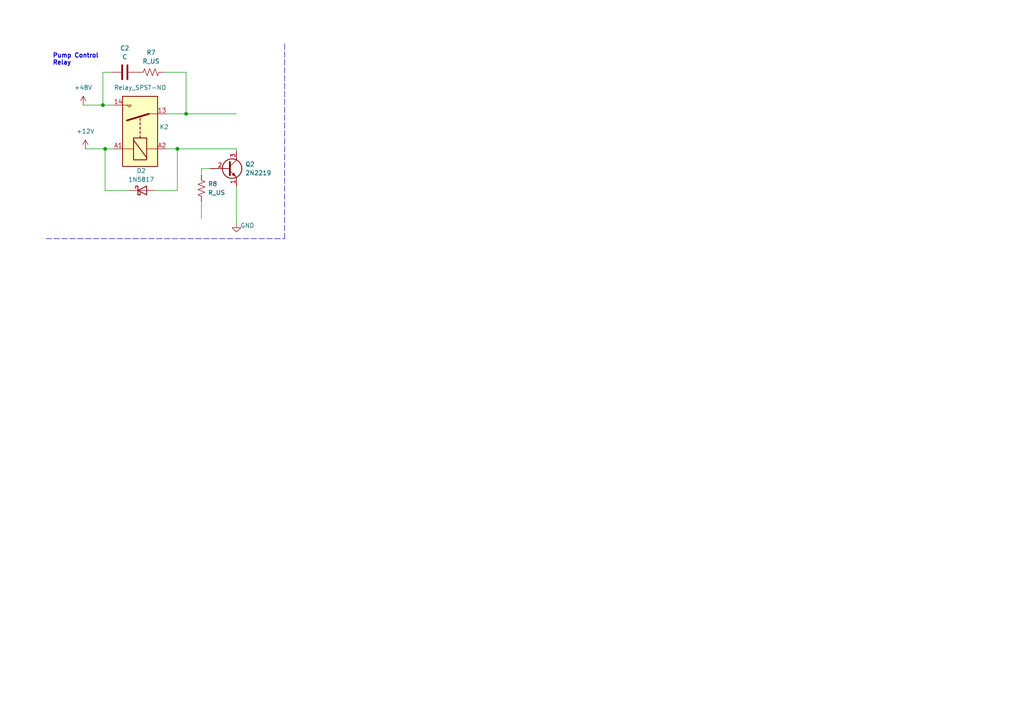
<source format=kicad_sch>
(kicad_sch (version 20230121) (generator eeschema)
  (paper "A4")
  (lib_symbols
    (symbol "Device:C" (pin_numbers hide) (pin_names (offset 0.254))
      (property "Reference" "C" (at 0.635 2.54 0))
      (property "Value" "C" (at 0.635 -2.54 0))
      (symbol "C_0_1"
        (polyline (pts (xy -2.032 -0.762) (xy 2.032 -0.762)) (stroke (width 0.508)))
        (polyline (pts (xy -2.032 0.762) (xy 2.032 0.762)) (stroke (width 0.508)))
      )
      (symbol "C_1_1"
        (pin passive line (at 0 3.81 270) (length 2.794) (name "~") (number "1"))
        (pin passive line (at 0 -3.81 90) (length 2.794) (name "~") (number "2"))
      )
    )
    (symbol "Device:R_US" (pin_numbers hide) (pin_names (offset 0))
      (property "Reference" "R" (at 2.54 0 90))
      (property "Value" "R_US" (at -2.54 0 90))
      (symbol "R_US_0_1"
        (polyline (pts (xy 0 -2.286) (xy 0 -2.54)))
        (polyline (pts (xy 0 2.286) (xy 0 2.54)))
        (polyline (pts (xy 0 -0.762) (xy 1.016 -1.143) (xy 0 -1.524) (xy -1.016 -1.905) (xy 0 -2.286)))
        (polyline (pts (xy 0 0.762) (xy 1.016 0.381) (xy 0 0) (xy -1.016 -0.381) (xy 0 -0.762)))
        (polyline (pts (xy 0 2.286) (xy 1.016 1.905) (xy 0 1.524) (xy -1.016 1.143) (xy 0 0.762)))
      )
      (symbol "R_US_1_1"
        (pin passive line (at 0 3.81 270) (length 1.27) (name "~") (number "1"))
        (pin passive line (at 0 -3.81 90) (length 1.27) (name "~") (number "2"))
      )
    )
    (symbol "Diode:1N5817" (pin_numbers hide) (pin_names (offset 1.016) hide)
      (property "Reference" "D" (at 0 2.54 0))
      (property "Value" "1N5817" (at 0 -2.54 0))
      (symbol "1N5817_0_1"
        (polyline (pts (xy 1.27 0) (xy -1.27 0)))
        (polyline (pts (xy 1.27 1.27) (xy 1.27 -1.27) (xy -1.27 0) (xy 1.27 1.27)) (stroke (width 0.254)))
        (polyline (pts (xy -1.905 0.635) (xy -1.905 1.27) (xy -1.27 1.27) (xy -1.27 -1.27) (xy -0.635 -1.27) (xy -0.635 -0.635)) (stroke (width 0.254)))
      )
      (symbol "1N5817_1_1"
        (pin passive line (at -3.81 0 0) (length 2.54) (name "K") (number "1"))
        (pin passive line (at 3.81 0 180) (length 2.54) (name "A") (number "2"))
      )
    )
    (symbol "Relay:Relay_SPST-NO"
      (property "Reference" "K" (at 11.43 3.81 0))
      (property "Value" "Relay_SPST-NO" (at 11.43 1.27 0))
      (symbol "Relay_SPST-NO_0_0"
        (polyline (pts (xy 7.62 5.08) (xy 7.62 2.54) (xy 6.985 3.175) (xy 7.62 3.81)))
      )
      (symbol "Relay_SPST-NO_0_1"
        (rectangle (start -10.16 5.08) (end 10.16 -5.08) (stroke (width 0.254)) (fill (type background)))
        (rectangle (start -8.255 1.905) (end -1.905 -1.905) (stroke (width 0.254)))
        (polyline (pts (xy -7.62 -1.905) (xy -2.54 1.905)) (stroke (width 0.254)))
        (polyline (pts (xy -5.08 -5.08) (xy -5.08 -1.905)))
        (polyline (pts (xy -5.08 5.08) (xy -5.08 1.905)))
        (polyline (pts (xy -1.905 0) (xy -1.27 0)) (stroke (width 0.254)))
        (polyline (pts (xy -0.635 0) (xy 0 0)) (stroke (width 0.254)))
        (polyline (pts (xy 0.635 0) (xy 1.27 0)) (stroke (width 0.254)))
        (polyline (pts (xy 1.905 0) (xy 2.54 0)) (stroke (width 0.254)))
        (polyline (pts (xy 3.175 0) (xy 3.81 0)) (stroke (width 0.254)))
        (polyline (pts (xy 5.08 -2.54) (xy 3.175 3.81)) (stroke (width 0.508)))
        (polyline (pts (xy 5.08 -2.54) (xy 5.08 -5.08)))
      )
      (symbol "Relay_SPST-NO_1_1"
        (pin passive line (at 5.08 -7.62 90) (length 2.54) (name "~") (number "13"))
        (pin passive line (at 7.62 7.62 270) (length 2.54) (name "~") (number "14"))
        (pin passive line (at -5.08 7.62 270) (length 2.54) (name "~") (number "A1"))
        (pin passive line (at -5.08 -7.62 90) (length 2.54) (name "~") (number "A2"))
      )
    )
    (symbol "Transistor_BJT:2N2219" (pin_names (offset 0) hide)
      (property "Reference" "Q" (at 5.08 1.905 0))
      (property "Value" "2N2219" (at 5.08 0 0))
      (symbol "2N2219_0_1"
        (polyline (pts (xy 0.635 0.635) (xy 2.54 2.54)))
        (polyline (pts (xy 0.635 -0.635) (xy 2.54 -2.54) (xy 2.54 -2.54)))
        (polyline (pts (xy 0.635 1.905) (xy 0.635 -1.905) (xy 0.635 -1.905)) (stroke (width 0.508)))
        (polyline (pts (xy 1.27 -1.778) (xy 1.778 -1.27) (xy 2.286 -2.286) (xy 1.27 -1.778) (xy 1.27 -1.778)) (fill (type outline)))
        (circle (center 1.27 0) (radius 2.8194) (stroke (width 0.254)))
      )
      (symbol "2N2219_1_1"
        (pin passive line (at 2.54 -5.08 90) (length 2.54) (name "E") (number "1"))
        (pin passive line (at -5.08 0 0) (length 5.715) (name "B") (number "2"))
        (pin passive line (at 2.54 5.08 270) (length 2.54) (name "C") (number "3"))
      )
    )
    (symbol "power:+12V" (power) (pin_names (offset 0))
      (property "Value" "+12V" (at 0 3.556 0))
      (symbol "+12V_0_1"
        (polyline (pts (xy -0.762 1.27) (xy 0 2.54)))
        (polyline (pts (xy 0 0) (xy 0 2.54)))
        (polyline (pts (xy 0 2.54) (xy 0.762 1.27)))
      )
      (symbol "+12V_1_1"
        (pin power_in line (at 0 0 90) (length 0) hide (name "+12V") (number "1"))
      )
    )
    (symbol "power:+48V" (power) (pin_names (offset 0))
      (property "Value" "+48V" (at 0 3.556 0))
      (symbol "+48V_0_1"
        (polyline (pts (xy -0.762 1.27) (xy 0 2.54)))
        (polyline (pts (xy 0 0) (xy 0 2.54)))
        (polyline (pts (xy 0 2.54) (xy 0.762 1.27)))
      )
      (symbol "+48V_1_1"
        (pin power_in line (at 0 0 90) (length 0) hide (name "+48V") (number "1"))
      )
    )
    (symbol "power:GND" (power) (pin_names (offset 0))
      (property "Value" "GND" (at 0 -3.81 0))
      (symbol "GND_0_1"
        (polyline (pts (xy 0 0) (xy 0 -1.27) (xy 1.27 -1.27) (xy 0 -2.54) (xy -1.27 -1.27) (xy 0 -1.27)))
      )
      (symbol "GND_1_1"
        (pin power_in line (at 0 0 270) (length 0) hide (name "GND") (number "1"))
      )
    )
  )
  (junction (at 29.845 30.48))
  (junction (at 53.975 33.02))
  (junction (at 51.435 43.18))
  (junction (at 30.48 43.18))
  (wire (pts (xy 58.42 50.8) (xy 58.42 48.895)))
  (polyline (pts (xy 82.55 12.7) (xy 82.55 69.215)) (stroke (width 0) (type dash)))
  (wire (pts (xy 53.975 33.02) (xy 68.58 33.02)))
  (wire (pts (xy 51.435 43.18) (xy 68.58 43.18)))
  (wire (pts (xy 30.48 43.18) (xy 33.02 43.18)))
  (wire (pts (xy 68.58 53.975) (xy 68.58 64.77)))
  (wire (pts (xy 32.385 20.955) (xy 29.845 20.955)))
  (wire (pts (xy 68.58 43.18) (xy 68.58 43.815)))
  (wire (pts (xy 30.48 43.18) (xy 30.48 55.245)))
  (wire (pts (xy 58.42 58.42) (xy 58.42 63.5)))
  (wire (pts (xy 47.625 20.955) (xy 53.975 20.955)))
  (wire (pts (xy 30.48 55.245) (xy 37.465 55.245)))
  (wire (pts (xy 45.085 55.245) (xy 51.435 55.245)))
  (wire (pts (xy 58.42 48.895) (xy 60.96 48.895)))
  (wire (pts (xy 24.13 30.48) (xy 29.845 30.48)))
  (wire (pts (xy 29.845 20.955) (xy 29.845 30.48)))
  (wire (pts (xy 29.845 30.48) (xy 33.02 30.48)))
  (wire (pts (xy 51.435 55.245) (xy 51.435 43.18)))
  (wire (pts (xy 53.975 20.955) (xy 53.975 33.02)))
  (wire (pts (xy 48.26 33.02) (xy 53.975 33.02)))
  (wire (pts (xy 51.435 43.18) (xy 48.26 43.18)))
  (wire (pts (xy 24.765 43.18) (xy 30.48 43.18)))
  (polyline (pts (xy 13.335 69.215) (xy 82.55 69.215)) (stroke (width 0) (type dash)))
  (text "Pump Control \nRelay\n" (at 15.24 19.05 0) (effects (font (size 1.27 1.27) (thickness 0.254) bold) (justify left bottom)))
  (symbol (lib_id "power:+12V") (at 24.765 43.18 0) (unit 1)
    (property "Reference" "#PWR07" (effects hide))
    (property "Value" "+12V" (at 24.765 38.1 0))
  )
  (symbol (lib_id "power:+48V") (at 24.13 30.48 0) (unit 1)
    (property "Reference" "#PWR05" (effects hide))
    (property "Value" "+48V" (at 24.13 25.4 0))
  )
  (symbol (lib_id "power:GND") (at 68.58 64.77 0) (unit 1)
    (property "Reference" "#PWR030" (effects hide))
    (property "Value" "GND" (at 71.755 65.405 0))
  )
  (symbol (lib_id "Transistor_BJT:2N2219") (at 66.04 48.895 0) (unit 1)
    (property "Reference" "Q2" (at 71.12 47.625 0) (effects (justify left)))
    (property "Value" "2N2219" (at 71.12 50.165 0) (effects (justify left)))
    (property "Footprint" "Package_TO_SOT_THT:TO-39-3" (effects hide))
    (property "Datasheet" "http://www.onsemi.com/pub_link/Collateral/2N2219-D.PDF" (effects hide))
  )
  (symbol (lib_id "Diode:1N5817") (at 41.275 55.245 0) (unit 1)
    (property "Reference" "D2" (at 40.9575 49.53 0))
    (property "Value" "1N5817" (at 40.9575 52.07 0))
    (property "Footprint" "Diode_THT:D_DO-41_SOD81_P10.16mm_Horizontal" (effects hide))
    (property "Datasheet" "http://www.vishay.com/docs/88525/1n5817.pdf" (effects hide))
  )
  (symbol (lib_id "Device:R_US") (at 58.42 54.61 180) (unit 1)
    (property "Reference" "R8" (at 60.325 53.34 0) (effects (justify right)))
    (property "Value" "R_US" (at 60.325 55.88 0) (effects (justify right)))
  )
  (symbol (lib_id "Relay:Relay_SPST-NO") (at 40.64 38.1 90) (unit 1)
    (property "Reference" "K2" (at 47.625 36.83 90))
    (property "Value" "Relay_SPST-NO" (at 40.64 25.4 90))
  )
  (symbol (lib_id "Device:R_US") (at 43.815 20.955 90) (unit 1)
    (property "Reference" "R7" (at 43.815 15.24 90))
    (property "Value" "R_US" (at 43.815 17.78 90))
  )
  (symbol (lib_id "Device:C") (at 36.195 20.955 270) (unit 1)
    (property "Reference" "C2" (at 36.195 13.97 90))
    (property "Value" "C" (at 36.195 16.51 90))
  )
)
</source>
